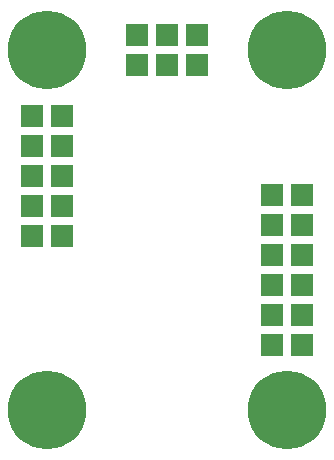
<source format=gbr>
G75*
G70*
%OFA0B0*%
%FSLAX24Y24*%
%IPPOS*%
%LPD*%
%AMOC8*
5,1,8,0,0,1.08239X$1,22.5*
%
%ADD10R,0.0730X0.0730*%
%ADD11C,0.2620*%
D10*
X002110Y008885D03*
X002110Y009885D03*
X002110Y010885D03*
X002110Y011885D03*
X002110Y012885D03*
X003110Y012885D03*
X003110Y011885D03*
X003110Y010885D03*
X003110Y009885D03*
X003110Y008885D03*
X005610Y014585D03*
X005610Y015585D03*
X006610Y015585D03*
X006610Y014585D03*
X007610Y014585D03*
X007610Y015585D03*
X010110Y010235D03*
X010110Y009235D03*
X010110Y008235D03*
X010110Y007235D03*
X010110Y006235D03*
X010110Y005235D03*
X011110Y005235D03*
X011110Y006235D03*
X011110Y007235D03*
X011110Y008235D03*
X011110Y009235D03*
X011110Y010235D03*
D11*
X002610Y003085D03*
X010610Y003085D03*
X010610Y015085D03*
X002610Y015085D03*
M02*

</source>
